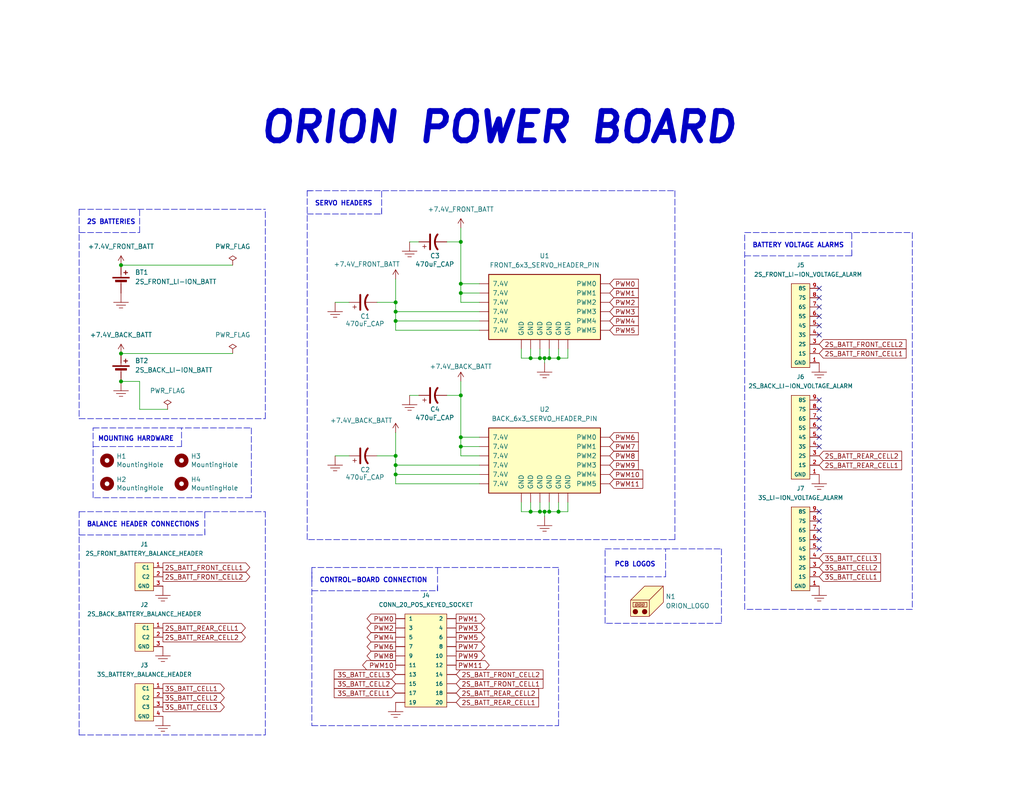
<source format=kicad_sch>
(kicad_sch (version 20250114) (generator "eeschema") (generator_version "9.0")
  (paper "USLetter")
  (title_block (title "ORION POWER BOARD") (date "2025-12-14") (rev "1.0") (comment 4 "Author: Ashish Agrahari"))
  (lib_symbols
    (symbol "2S_BATTERY_BALANCE_HEADER_1" (pin_names (offset 1.016))
      (property "Reference" "J" (at -3.302 7.112 0))
      (property "Value" "2S_BATTERY_BALANCE_HEADER" (at -16.256 -3.81 0))
      (symbol "2S_BATTERY_BALANCE_HEADER_1_0_1"
        (rectangle (start 0 -1.27) (end -5.08 6.35) (fill (type background)))
      )
      (symbol "2S_BATTERY_BALANCE_HEADER_1_1_1"
        (pin bidirectional line (at 2.54 5.08 180) (length 2.54) (name "C1") (number "1"))
        (pin bidirectional line (at 2.54 2.54 180) (length 2.54) (name "C2") (number "2"))
        (pin power_in line (at 2.54 0 180) (length 2.54) (name "GND") (number "3"))
      )
    )
    (symbol "AA_Custom_Components:2S_BATTERY_BALANCE_HEADER" (pin_names (offset 1.016))
      (property "Reference" "J" (at -3.302 7.112 0))
      (property "Value" "2S_BATTERY_BALANCE_HEADER" (at -16.256 -3.81 0))
      (symbol "2S_BATTERY_BALANCE_HEADER_0_1"
        (rectangle (start 0 -1.27) (end -5.08 6.35) (fill (type background)))
      )
      (symbol "2S_BATTERY_BALANCE_HEADER_1_1"
        (pin bidirectional line (at 2.54 5.08 180) (length 2.54) (name "C1") (number "1"))
        (pin bidirectional line (at 2.54 2.54 180) (length 2.54) (name "C2") (number "2"))
        (pin power_in line (at 2.54 0 180) (length 2.54) (name "GND") (number "3"))
      )
    )
    (symbol "AA_Custom_Components:3S_BATTERY_BALANCE_HEADER" (pin_names (offset 1.016))
      (property "Reference" "J" (at -3.302 7.112 0))
      (property "Value" "3S_BATTERY_BALANCE_HEADER" (at -15.24 -6.096 0))
      (symbol "3S_BATTERY_BALANCE_HEADER_0_1"
        (rectangle (start -5.08 6.35) (end 0 -3.81) (fill (type background)))
      )
      (symbol "3S_BATTERY_BALANCE_HEADER_1_1"
        (pin bidirectional line (at 2.54 5.08 180) (length 2.54) (name "C1") (number "1"))
        (pin bidirectional line (at 2.54 2.54 180) (length 2.54) (name "C2") (number "2"))
        (pin bidirectional line (at 2.54 0 180) (length 2.54) (name "C3") (number "3"))
        (pin power_in line (at 2.54 -2.54 180) (length 2.54) (name "GND") (number "4"))
      )
    )
    (symbol "AA_Custom_Components:6x3_SERVO_HEADER_PIN" (pin_numbers (hide yes)) (pin_names (offset 1.016))
      (property "Reference" "U" (at -1.778 15.494 0))
      (property "Value" "6x3_SERVO_HEADER_PIN" (at 12.192 12.446 0))
      (symbol "6x3_SERVO_HEADER_PIN_0_1"
        (rectangle (start -15.24 8.89) (end 15.24 -8.89) (stroke (width 0.254)) (fill (type background)))
      )
      (symbol "6x3_SERVO_HEADER_PIN_1_1"
        (pin power_in line (at -17.78 6.35 0) (length 2.54) (name "7.4V") (number "7"))
        (pin power_in line (at -17.78 3.81 0) (length 2.54) (name "7.4V") (number "8"))
        (pin power_in line (at -17.78 1.27 0) (length 2.54) (name "7.4V") (number "9"))
        (pin power_in line (at -17.78 -1.27 0) (length 2.54) (name "7.4V") (number "10"))
        (pin power_in line (at -17.78 -3.81 0) (length 2.54) (name "7.4V") (number "11"))
        (pin power_in line (at -17.78 -6.35 0) (length 2.54) (name "7.4V") (number "12"))
        (pin power_in line (at -6.35 -11.43 90) (length 2.54) (name "GND") (number "13"))
        (pin power_in line (at -3.81 -11.43 90) (length 2.54) (name "GND") (number "14"))
        (pin power_in line (at -1.27 -11.43 90) (length 2.54) (name "GND") (number "15"))
        (pin power_in line (at 1.27 -11.43 90) (length 2.54) (name "GND") (number "16"))
        (pin power_in line (at 3.81 -11.43 90) (length 2.54) (name "GND") (number "17"))
        (pin power_in line (at 6.35 -11.43 90) (length 2.54) (name "GND") (number "18"))
        (pin output line (at 17.78 6.35 180) (length 2.54) (name "PWM0") (number "1"))
        (pin output line (at 17.78 3.81 180) (length 2.54) (name "PWM1") (number "2"))
        (pin output line (at 17.78 1.27 180) (length 2.54) (name "PWM2") (number "3"))
        (pin output line (at 17.78 -1.27 180) (length 2.54) (name "PWM3") (number "4"))
        (pin output line (at 17.78 -3.81 180) (length 2.54) (name "PWM4") (number "5"))
        (pin output line (at 17.78 -6.35 180) (length 2.54) (name "PWM5") (number "6"))
      )
    )
    (symbol "AA_Custom_Components:CONN_20_POS_KEYED_SOCKET" (pin_numbers (hide yes)) (pin_names (offset 1.016))
      (property "Reference" "J" (at -5.08 13.97 0))
      (property "Value" "CONN_20_POS_KEYED_SOCKET" (at -12.7 -15.494 0))
      (symbol "CONN_20_POS_KEYED_SOCKET_0_1"
        (rectangle (start -6.35 12.7) (end 5.08 -12.7) (fill (type background)))
      )
      (symbol "CONN_20_POS_KEYED_SOCKET_1_1"
        (pin bidirectional line (at -8.89 11.43 0) (length 2.54) (name "1") (number "1"))
        (pin bidirectional line (at -8.89 8.89 0) (length 2.54) (name "3") (number "3"))
        (pin bidirectional line (at -8.89 6.35 0) (length 2.54) (name "5") (number "5"))
        (pin bidirectional line (at -8.89 3.81 0) (length 2.54) (name "7") (number "7"))
        (pin bidirectional line (at -8.89 1.27 0) (length 2.54) (name "9") (number "9"))
        (pin bidirectional line (at -8.89 -1.27 0) (length 2.54) (name "11") (number "11"))
        (pin bidirectional line (at -8.89 -3.81 0) (length 2.54) (name "13") (number "13"))
        (pin bidirectional line (at -8.89 -6.35 0) (length 2.54) (name "15") (number "15"))
        (pin bidirectional line (at -8.89 -8.89 0) (length 2.54) (name "17") (number "17"))
        (pin bidirectional line (at -8.89 -11.43 0) (length 2.54) (name "19") (number "19"))
        (pin bidirectional line (at 7.62 11.43 180) (length 2.54) (name "2") (number "2"))
        (pin bidirectional line (at 7.62 8.89 180) (length 2.54) (name "4") (number "4"))
        (pin bidirectional line (at 7.62 6.35 180) (length 2.54) (name "6") (number "6"))
        (pin bidirectional line (at 7.62 3.81 180) (length 2.54) (name "8") (number "8"))
        (pin bidirectional line (at 7.62 1.27 180) (length 2.54) (name "10") (number "10"))
        (pin bidirectional line (at 7.62 -1.27 180) (length 2.54) (name "12") (number "12"))
        (pin bidirectional line (at 7.62 -3.81 180) (length 2.54) (name "14") (number "14"))
        (pin bidirectional line (at 7.62 -6.35 180) (length 2.54) (name "16") (number "16"))
        (pin bidirectional line (at 7.62 -8.89 180) (length 2.54) (name "18") (number "18"))
        (pin bidirectional line (at 7.62 -11.43 180) (length 2.54) (name "20") (number "20"))
      )
    )
    (symbol "AA_Custom_Components:GND" (power) (pin_numbers (hide yes)) (pin_names (offset 1.016) (hide yes))
      (symbol "GND_1_0"
        (polyline (pts (xy -2.032 -2.54) (xy 2.032 -2.54)))
        (polyline (pts (xy -1.27 -3.302) (xy 1.27 -3.302)))
        (polyline (pts (xy -0.508 -4.064) (xy 0.508 -4.064)))
        (polyline (pts (xy 0 0) (xy 0 -2.54)))
      )
      (symbol "GND_1_1"
        (pin power_in line (at 0 0 270) (length 0) (hide yes) (name "GND") (number "~"))
      )
    )
    (symbol "AA_Custom_Components:LIPO_VOLTAGE_ALARM" (pin_names (offset 1.016))
      (property "Reference" "J" (at -2.54 12.7 0))
      (property "Value" "LIPO_VOLTAGE_ALARM" (at -8.636 -13.716 0))
      (symbol "LIPO_VOLTAGE_ALARM_0_1"
        (rectangle (start -2.54 11.43) (end 2.54 -11.43) (fill (type background)))
      )
      (symbol "LIPO_VOLTAGE_ALARM_1_0"
        (pin passive line (at 5.08 10.16 180) (length 2.54) (name "8S") (number "9"))
        (pin passive line (at 5.08 7.62 180) (length 2.54) (name "7S") (number "8"))
        (pin passive line (at 5.08 5.08 180) (length 2.54) (name "6S") (number "7"))
        (pin passive line (at 5.08 2.54 180) (length 2.54) (name "5S") (number "6"))
      )
      (symbol "LIPO_VOLTAGE_ALARM_1_1"
        (pin passive line (at 5.08 0 180) (length 2.54) (name "4S") (number "5"))
        (pin passive line (at 5.08 -2.54 180) (length 2.54) (name "3S") (number "4"))
        (pin passive line (at 5.08 -5.08 180) (length 2.54) (name "2S") (number "3"))
        (pin passive line (at 5.08 -7.62 180) (length 2.54) (name "1S") (number "2"))
        (pin passive line (at 5.08 -10.16 180) (length 2.54) (name "GND") (number "1"))
      )
    )
    (symbol "Device:Battery_Cell" (pin_numbers (hide yes)) (pin_names (offset 0) (hide yes))
      (property "Reference" "BT" (at 2.54 2.54 0))
      (property "Value" "Battery_Cell" (at 2.54 0 0))
      (symbol "Battery_Cell_0_1"
        (rectangle (start -2.286 1.778) (end 2.286 1.524) (fill (type outline)))
        (rectangle (start -1.524 1.016) (end 1.524 0.508) (fill (type outline)))
        (polyline (pts (xy 0 1.778) (xy 0 2.54)))
        (polyline (pts (xy 0 0.762) (xy 0 0)))
        (polyline (pts (xy 0.762 3.048) (xy 1.778 3.048)) (stroke (width 0.254)))
        (polyline (pts (xy 1.27 3.556) (xy 1.27 2.54)) (stroke (width 0.254)))
      )
      (symbol "Battery_Cell_1_1"
        (pin passive line (at 0 5.08 270) (length 2.54) (name "+") (number "1"))
        (pin passive line (at 0 -2.54 90) (length 2.54) (name "-") (number "2"))
      )
    )
    (symbol "Device:C_Polarized_US" (pin_numbers (hide yes)) (pin_names (offset 0.254) (hide yes))
      (property "Reference" "C" (at 0.635 2.54 0))
      (property "Value" "C_Polarized_US" (at 0.635 -2.54 0))
      (symbol "C_Polarized_US_0_1"
        (polyline (pts (xy -2.032 0.762) (xy 2.032 0.762)) (stroke (width 0.508)))
        (polyline (pts (xy -1.778 2.286) (xy -0.762 2.286)))
        (polyline (pts (xy -1.27 1.778) (xy -1.27 2.794)))
        (arc (start -2.032 -1.27) (mid 0 -0.5572) (end 2.032 -1.27) (stroke (width 0.508)))
      )
      (symbol "C_Polarized_US_1_1"
        (pin passive line (at 0 3.81 270) (length 2.794) (name "~") (number "1"))
        (pin passive line (at 0 -3.81 90) (length 3.302) (name "~") (number "2"))
      )
    )
    (symbol "Mechanical:Housing" (pin_names (offset 1.016))
      (property "Reference" "N" (at 3.81 0 0))
      (property "Value" "Housing" (at 3.81 -1.905 0))
      (symbol "Housing_0_1"
        (polyline (pts (xy -5.715 0) (xy -0.635 0) (xy 3.175 3.81)))
        (polyline (pts (xy -5.715 0) (xy -5.715 -4.445) (xy -0.635 -4.445) (xy 3.175 -0.635) (xy 3.175 3.81) (xy -1.905 3.81) (xy -5.715 0)) (fill (type background)))
        (rectangle (start -5.08 -0.635) (end -1.27 -1.905))
        (polyline (pts (xy -4.5212 -1.5748) (xy -4.4704 -1.3716)))
        (circle (center -4.445 -3.175) (radius 0.635) (fill (type outline)))
        (polyline (pts (xy -4.4196 -1.2192) (xy -4.3688 -0.9652)))
        (polyline (pts (xy -4.4196 -1.6764) (xy -4.064 -1.6764)))
        (polyline (pts (xy -4.318 -1.3208) (xy -4.0132 -1.3208)))
        (polyline (pts (xy -4.2164 -0.9144) (xy -3.9116 -0.9144)))
        (polyline (pts (xy -3.9116 -1.6256) (xy -3.8608 -1.3716)))
        (polyline (pts (xy -3.81 -1.2192) (xy -3.7592 -0.9652)))
        (polyline (pts (xy -3.6068 -1.5748) (xy -3.556 -1.3716)))
        (polyline (pts (xy -3.5052 -1.2192) (xy -3.4544 -0.9652)))
        (polyline (pts (xy -3.5052 -1.6764) (xy -3.1496 -1.6764)))
        (polyline (pts (xy -3.4036 -1.3208) (xy -3.0988 -1.3208)))
        (polyline (pts (xy -3.302 -0.9144) (xy -2.9972 -0.9144)))
        (polyline (pts (xy -2.9972 -1.6256) (xy -2.9464 -1.3716)))
        (polyline (pts (xy -2.8956 -1.2192) (xy -2.8448 -0.9652)))
        (polyline (pts (xy -2.6924 -1.5748) (xy -2.6416 -1.3716)))
        (polyline (pts (xy -2.5908 -1.2192) (xy -2.54 -0.9652)))
        (polyline (pts (xy -2.5908 -1.6764) (xy -2.2352 -1.6764)))
        (polyline (pts (xy -2.4892 -1.3208) (xy -2.1844 -1.3208)))
        (polyline (pts (xy -2.3876 -0.9144) (xy -2.0828 -0.9144)))
        (polyline (pts (xy -2.0828 -1.6256) (xy -2.032 -1.3716)))
        (polyline (pts (xy -1.9812 -1.2192) (xy -1.9304 -0.9652)))
        (circle (center -1.905 -3.175) (radius 0.635) (fill (type outline)))
        (polyline (pts (xy -0.635 0) (xy -0.635 -4.445)))
      )
    )
    (symbol "Mechanical:MountingHole" (pin_names (offset 1.016))
      (property "Reference" "H" (at 0 5.08 0))
      (property "Value" "MountingHole" (at 0 3.175 0))
      (symbol "MountingHole_0_1"
        (circle (center 0 0) (radius 1.27) (stroke (width 1.27)))
      )
    )
    (symbol "power:+7.5V" (power) (pin_numbers (hide yes)) (pin_names (offset 0) (hide yes))
      (property "Value" "+7.5V" (at 0 3.556 0))
      (symbol "+7.5V_0_1"
        (polyline (pts (xy -0.762 1.27) (xy 0 2.54)))
        (polyline (pts (xy 0 2.54) (xy 0.762 1.27)))
        (polyline (pts (xy 0 0) (xy 0 2.54)))
      )
      (symbol "+7.5V_1_1"
        (pin power_in line (at 0 0 90) (length 0) (name "~") (number "1"))
      )
    )
    (symbol "power:PWR_FLAG" (power) (pin_numbers (hide yes)) (pin_names (offset 0) (hide yes))
      (property "Value" "PWR_FLAG" (at 0 3.81 0))
      (symbol "PWR_FLAG_0_0"
        (pin power_out line (at 0 0 90) (length 0) (name "~") (number "1"))
      )
      (symbol "PWR_FLAG_0_1"
        (polyline (pts (xy 0 0) (xy 0 1.27) (xy -1.016 1.905) (xy 0 2.54) (xy 1.016 1.905) (xy 0 1.27)))
      )
    )
  )
  (text "BALANCE HEADER CONNECTIONS" (at 23.622 144.018 0) (effects (font (size 1.27 1.27) (thickness 0.254) (bold yes)) (justify left bottom)))
  (text "SERVO HEADERS" (at 85.852 56.388 0) (effects (font (size 1.27 1.27) (thickness 0.254) (bold yes)) (justify left bottom)))
  (text "ORION POWER BOARD" (at 70.358 39.624 0) (effects (font (size 8.001 8.001) (thickness 1.6002) (bold yes) (italic yes)) (justify left bottom)))
  (text "MOUNTING HARDWARE" (at 26.67 120.65 0) (effects (font (size 1.27 1.27) (thickness 0.254) (bold yes)) (justify left bottom)))
  (text "2S BATTERIES" (at 23.622 61.468 0) (effects (font (size 1.27 1.27) (thickness 0.254) (bold yes)) (justify left bottom)))
  (text "PCB LOGOS" (at 167.64 154.94 0) (effects (font (size 1.27 1.27) (thickness 0.254) (bold yes)) (justify left bottom)))
  (text "CONTROL-BOARD CONNECTION" (at 87.122 159.258 0) (effects (font (size 1.27 1.27) (thickness 0.254) (bold yes)) (justify left bottom)))
  (text "BATTERY VOLTAGE ALARMS" (at 205.232 67.818 0) (effects (font (size 1.27 1.27) (thickness 0.254) (bold yes)) (justify left bottom)))
  (junction (at 147.32 139.7))
  (junction (at 33.02 96.52))
  (junction (at 125.73 80.01))
  (junction (at 152.4 139.7))
  (junction (at 147.32 97.79))
  (junction (at 148.59 97.79))
  (junction (at 33.02 104.14))
  (junction (at 107.95 124.46))
  (junction (at 125.73 66.04))
  (junction (at 33.02 72.39))
  (junction (at 125.73 107.95))
  (junction (at 107.95 87.63))
  (junction (at 107.95 127))
  (junction (at 149.86 139.7))
  (junction (at 144.78 139.7))
  (junction (at 125.73 121.92))
  (junction (at 144.78 97.79))
  (junction (at 107.95 129.54))
  (junction (at 107.95 85.09))
  (junction (at 148.59 139.7))
  (junction (at 152.4 97.79))
  (junction (at 149.86 97.79))
  (junction (at 125.73 77.47))
  (junction (at 107.95 82.55))
  (junction (at 125.73 119.38))
  (no_connect (at 223.52 147.32))
  (no_connect (at 223.52 119.38))
  (no_connect (at 223.52 88.9))
  (no_connect (at 223.52 114.3))
  (no_connect (at 223.52 86.36))
  (no_connect (at 223.52 144.78))
  (no_connect (at 223.52 83.82))
  (no_connect (at 223.52 149.86))
  (no_connect (at 223.52 111.76))
  (no_connect (at 223.52 91.44))
  (no_connect (at 223.52 116.84))
  (no_connect (at 223.52 78.74))
  (no_connect (at 223.52 142.24))
  (no_connect (at 223.52 81.28))
  (no_connect (at 223.52 109.22))
  (no_connect (at 223.52 121.92))
  (no_connect (at 223.52 139.7))
  (wire (pts (xy 107.95 127) (xy 130.81 127)))
  (wire (pts (xy 102.87 124.46) (xy 107.95 124.46)))
  (wire (pts (xy 114.3 107.95) (xy 111.76 107.95)))
  (polyline (pts (xy 21.59 57.15) (xy 21.59 114.3)) (stroke (width 0) (type dash)))
  (polyline (pts (xy 104.14 58.42) (xy 104.14 52.07)) (stroke (width 0) (type dash)))
  (polyline (pts (xy 25.4 116.84) (xy 68.58 116.84)) (stroke (width 0) (type dash)))
  (polyline (pts (xy 85.09 161.29) (xy 119.38 161.29)) (stroke (width 0) (type dash)))
  (wire (pts (xy 125.73 119.38) (xy 130.81 119.38)))
  (wire (pts (xy 152.4 97.79) (xy 154.94 97.79)))
  (wire (pts (xy 125.73 121.92) (xy 125.73 119.38)))
  (polyline (pts (xy 38.1 63.5) (xy 38.1 57.15)) (stroke (width 0) (type dash)))
  (polyline (pts (xy 21.59 63.5) (xy 38.1 63.5)) (stroke (width 0) (type dash)))
  (wire (pts (xy 130.81 82.55) (xy 125.73 82.55)))
  (wire (pts (xy 148.59 139.7) (xy 148.59 140.97)))
  (polyline (pts (xy 21.59 139.7) (xy 72.39 139.7)) (stroke (width 0) (type dash)))
  (polyline (pts (xy 181.61 157.48) (xy 181.61 149.86)) (stroke (width 0) (type dash)))
  (wire (pts (xy 91.44 124.46) (xy 95.25 124.46)))
  (polyline (pts (xy 21.59 139.7) (xy 21.59 200.66)) (stroke (width 0) (type dash)))
  (wire (pts (xy 33.02 96.52) (xy 63.5 96.52)))
  (wire (pts (xy 107.95 82.55) (xy 107.95 85.09)))
  (wire (pts (xy 148.59 97.79) (xy 149.86 97.79)))
  (wire (pts (xy 149.86 137.16) (xy 149.86 139.7)))
  (wire (pts (xy 125.73 66.04) (xy 125.73 77.47)))
  (polyline (pts (xy 85.09 154.94) (xy 85.09 158.75)) (stroke (width 0) (type dash)))
  (polyline (pts (xy 55.88 146.05) (xy 55.88 139.7)) (stroke (width 0) (type dash)))
  (polyline (pts (xy 55.88 144.78) (xy 55.88 146.05)) (stroke (width 0) (type dash)))
  (wire (pts (xy 91.44 82.55) (xy 95.25 82.55)))
  (polyline (pts (xy 203.2 166.37) (xy 203.2 63.5)) (stroke (width 0) (type dash)))
  (wire (pts (xy 152.4 139.7) (xy 154.94 139.7)))
  (polyline (pts (xy 248.92 63.5) (xy 248.92 166.37)) (stroke (width 0) (type dash)))
  (wire (pts (xy 147.32 97.79) (xy 148.59 97.79)))
  (polyline (pts (xy 68.58 116.84) (xy 68.58 135.89)) (stroke (width 0) (type dash)))
  (wire (pts (xy 142.24 97.79) (xy 144.78 97.79)))
  (wire (pts (xy 38.1 111.76) (xy 45.72 111.76)))
  (wire (pts (xy 107.95 129.54) (xy 130.81 129.54)))
  (polyline (pts (xy 25.4 121.92) (xy 49.53 121.92)) (stroke (width 0) (type dash)))
  (polyline (pts (xy 232.41 68.58) (xy 232.41 69.85)) (stroke (width 0) (type dash)))
  (wire (pts (xy 107.95 85.09) (xy 130.81 85.09)))
  (wire (pts (xy 154.94 97.79) (xy 154.94 95.25)))
  (wire (pts (xy 142.24 95.25) (xy 142.24 97.79)))
  (wire (pts (xy 125.73 124.46) (xy 125.73 121.92)))
  (wire (pts (xy 130.81 124.46) (xy 125.73 124.46)))
  (wire (pts (xy 125.73 82.55) (xy 125.73 80.01)))
  (wire (pts (xy 121.92 107.95) (xy 125.73 107.95)))
  (wire (pts (xy 144.78 139.7) (xy 147.32 139.7)))
  (wire (pts (xy 125.73 107.95) (xy 125.73 119.38)))
  (wire (pts (xy 107.95 118.11) (xy 107.95 124.46)))
  (polyline (pts (xy 232.41 69.85) (xy 232.41 63.5)) (stroke (width 0) (type dash)))
  (wire (pts (xy 38.1 104.14) (xy 38.1 111.76)))
  (wire (pts (xy 144.78 97.79) (xy 147.32 97.79)))
  (polyline (pts (xy 165.1 170.18) (xy 165.1 149.86)) (stroke (width 0) (type dash)))
  (polyline (pts (xy 49.53 121.92) (xy 49.53 116.84)) (stroke (width 0) (type dash)))
  (wire (pts (xy 107.95 87.63) (xy 130.81 87.63)))
  (polyline (pts (xy 152.4 198.12) (xy 152.4 154.94)) (stroke (width 0) (type dash)))
  (wire (pts (xy 149.86 139.7) (xy 152.4 139.7)))
  (wire (pts (xy 107.95 87.63) (xy 107.95 85.09)))
  (wire (pts (xy 144.78 95.25) (xy 144.78 97.79)))
  (wire (pts (xy 149.86 97.79) (xy 152.4 97.79)))
  (wire (pts (xy 125.73 77.47) (xy 130.81 77.47)))
  (polyline (pts (xy 25.4 135.89) (xy 25.4 116.84)) (stroke (width 0) (type dash)))
  (wire (pts (xy 149.86 95.25) (xy 149.86 97.79)))
  (polyline (pts (xy 184.15 147.32) (xy 83.82 147.32)) (stroke (width 0) (type dash)))
  (wire (pts (xy 102.87 82.55) (xy 107.95 82.55)))
  (wire (pts (xy 107.95 90.17) (xy 130.81 90.17)))
  (wire (pts (xy 152.4 137.16) (xy 152.4 139.7)))
  (polyline (pts (xy 203.2 63.5) (xy 248.92 63.5)) (stroke (width 0) (type dash)))
  (polyline (pts (xy 83.82 58.42) (xy 104.14 58.42)) (stroke (width 0) (type dash)))
  (polyline (pts (xy 119.38 160.02) (xy 119.38 161.29)) (stroke (width 0) (type dash)))
  (wire (pts (xy 147.32 137.16) (xy 147.32 139.7)))
  (wire (pts (xy 147.32 95.25) (xy 147.32 97.79)))
  (wire (pts (xy 107.95 90.17) (xy 107.95 87.63)))
  (wire (pts (xy 125.73 62.23) (xy 125.73 66.04)))
  (wire (pts (xy 142.24 137.16) (xy 142.24 139.7)))
  (polyline (pts (xy 72.39 200.66) (xy 72.39 139.7)) (stroke (width 0) (type dash)))
  (wire (pts (xy 130.81 80.01) (xy 125.73 80.01)))
  (polyline (pts (xy 83.82 147.32) (xy 83.82 52.07)) (stroke (width 0) (type dash)))
  (wire (pts (xy 148.59 139.7) (xy 149.86 139.7)))
  (polyline (pts (xy 152.4 154.94) (xy 85.09 154.94)) (stroke (width 0) (type dash)))
  (polyline (pts (xy 196.85 149.86) (xy 196.85 170.18)) (stroke (width 0) (type dash)))
  (wire (pts (xy 107.95 132.08) (xy 107.95 129.54)))
  (polyline (pts (xy 248.92 166.37) (xy 203.2 166.37)) (stroke (width 0) (type dash)))
  (polyline (pts (xy 85.09 198.12) (xy 152.4 198.12)) (stroke (width 0) (type dash)))
  (wire (pts (xy 125.73 80.01) (xy 125.73 77.47)))
  (wire (pts (xy 125.73 104.14) (xy 125.73 107.95)))
  (wire (pts (xy 142.24 139.7) (xy 144.78 139.7)))
  (polyline (pts (xy 21.59 57.15) (xy 72.39 57.15)) (stroke (width 0) (type dash)))
  (wire (pts (xy 121.92 66.04) (xy 125.73 66.04)))
  (polyline (pts (xy 83.82 52.07) (xy 85.09 52.07)))
  (wire (pts (xy 154.94 139.7) (xy 154.94 137.16)))
  (wire (pts (xy 107.95 124.46) (xy 107.95 127)))
  (polyline (pts (xy 21.59 114.3) (xy 72.39 114.3)) (stroke (width 0) (type dash)))
  (wire (pts (xy 107.95 132.08) (xy 130.81 132.08)))
  (polyline (pts (xy 119.38 161.29) (xy 119.38 154.94)) (stroke (width 0) (type dash)))
  (wire (pts (xy 130.81 121.92) (xy 125.73 121.92)))
  (polyline (pts (xy 21.59 200.66) (xy 72.39 200.66)) (stroke (width 0) (type dash)))
  (polyline (pts (xy 184.15 52.07) (xy 184.15 147.32)) (stroke (width 0) (type dash)))
  (wire (pts (xy 114.3 66.04) (xy 111.76 66.04)))
  (wire (pts (xy 107.95 129.54) (xy 107.95 127)))
  (wire (pts (xy 147.32 139.7) (xy 148.59 139.7)))
  (polyline (pts (xy 165.1 157.48) (xy 181.61 157.48)) (stroke (width 0) (type dash)))
  (polyline (pts (xy 83.82 52.07) (xy 184.15 52.07)) (stroke (width 0) (type dash)))
  (polyline (pts (xy 196.85 170.18) (xy 165.1 170.18)) (stroke (width 0) (type dash)))
  (polyline (pts (xy 104.14 57.15) (xy 104.14 58.42)) (stroke (width 0) (type dash)))
  (wire (pts (xy 152.4 95.25) (xy 152.4 97.79)))
  (polyline (pts (xy 72.39 114.3) (xy 72.39 57.15)) (stroke (width 0) (type dash)))
  (polyline (pts (xy 165.1 149.86) (xy 196.85 149.86)) (stroke (width 0) (type dash)))
  (wire (pts (xy 144.78 137.16) (xy 144.78 139.7)))
  (wire (pts (xy 33.02 104.14) (xy 38.1 104.14)))
  (wire (pts (xy 148.59 97.79) (xy 148.59 99.06)))
  (polyline (pts (xy 203.2 69.85) (xy 232.41 69.85)) (stroke (width 0) (type dash)))
  (wire (pts (xy 33.02 72.39) (xy 63.5 72.39)))
  (polyline (pts (xy 21.59 146.05) (xy 55.88 146.05)) (stroke (width 0) (type dash)))
  (polyline (pts (xy 68.58 135.89) (xy 25.4 135.89)) (stroke (width 0) (type dash)))
  (polyline (pts (xy 85.09 156.21) (xy 85.09 198.12)) (stroke (width 0) (type dash)))
  (wire (pts (xy 107.95 76.2) (xy 107.95 82.55)))
  (global_label "PWM6" (shape input) (at 166.37 119.38 0) (property "Intersheetrefs" "${INTERSHEET_REFS}" (effects (hide yes))))
  (global_label "PWM0" (shape input) (at 166.37 77.47 0) (property "Intersheetrefs" "${INTERSHEET_REFS}" (effects (hide yes))))
  (global_label "PWM2" (shape input) (at 166.37 82.55 0) (property "Intersheetrefs" "${INTERSHEET_REFS}" (effects (hide yes))))
  (global_label "2S_BATT_REAR_CELL2" (shape input) (at 124.46 189.23 0) (property "Intersheetrefs" "${INTERSHEET_REFS}" (effects (hide yes))))
  (global_label "PWM3" (shape input) (at 166.37 85.09 0) (property "Intersheetrefs" "${INTERSHEET_REFS}" (effects (hide yes))))
  (global_label "2S_BATT_FRONT_CELL1" (shape output) (at 44.45 154.94 0) (property "Intersheetrefs" "${INTERSHEET_REFS}" (effects (hide yes))))
  (global_label "2S_BATT_REAR_CELL1" (shape output) (at 44.45 171.45 0) (property "Intersheetrefs" "${INTERSHEET_REFS}" (effects (hide yes))))
  (global_label "PWM3" (shape output) (at 124.46 171.45 0) (property "Intersheetrefs" "${INTERSHEET_REFS}" (effects (hide yes))))
  (global_label "3S_BATT_CELL3" (shape input) (at 107.95 184.15 180) (property "Intersheetrefs" "${INTERSHEET_REFS}" (effects (hide yes))))
  (global_label "PWM11" (shape output) (at 124.46 181.61 0) (property "Intersheetrefs" "${INTERSHEET_REFS}" (effects (hide yes))))
  (global_label "2S_BATT_REAR_CELL2" (shape output) (at 44.45 173.99 0) (property "Intersheetrefs" "${INTERSHEET_REFS}" (effects (hide yes))))
  (global_label "PWM5" (shape output) (at 124.46 173.99 0) (property "Intersheetrefs" "${INTERSHEET_REFS}" (effects (hide yes))))
  (global_label "PWM7" (shape output) (at 124.46 176.53 0) (property "Intersheetrefs" "${INTERSHEET_REFS}" (effects (hide yes))))
  (global_label "3S_BATT_CELL1" (shape input) (at 223.52 157.48 0) (property "Intersheetrefs" "${INTERSHEET_REFS}" (effects (hide yes))))
  (global_label "2S_BATT_FRONT_CELL2" (shape input) (at 124.46 184.15 0) (property "Intersheetrefs" "${INTERSHEET_REFS}" (effects (hide yes))))
  (global_label "3S_BATT_CELL3" (shape input) (at 223.52 152.4 0) (property "Intersheetrefs" "${INTERSHEET_REFS}" (effects (hide yes))))
  (global_label "2S_BATT_FRONT_CELL1" (shape input) (at 223.52 96.52 0) (property "Intersheetrefs" "${INTERSHEET_REFS}" (effects (hide yes))))
  (global_label "3S_BATT_CELL2" (shape output) (at 44.45 190.5 0) (property "Intersheetrefs" "${INTERSHEET_REFS}" (effects (hide yes))))
  (global_label "PWM1" (shape output) (at 124.46 168.91 0) (property "Intersheetrefs" "${INTERSHEET_REFS}" (effects (hide yes))))
  (global_label "PWM5" (shape input) (at 166.37 90.17 0) (property "Intersheetrefs" "${INTERSHEET_REFS}" (effects (hide yes))))
  (global_label "2S_BATT_REAR_CELL2" (shape input) (at 223.52 124.46 0) (property "Intersheetrefs" "${INTERSHEET_REFS}" (effects (hide yes))))
  (global_label "3S_BATT_CELL2" (shape input) (at 223.52 154.94 0) (property "Intersheetrefs" "${INTERSHEET_REFS}" (effects (hide yes))))
  (global_label "2S_BATT_FRONT_CELL2" (shape output) (at 44.45 157.48 0) (property "Intersheetrefs" "${INTERSHEET_REFS}" (effects (hide yes))))
  (global_label "PWM10" (shape input) (at 166.37 129.54 0) (property "Intersheetrefs" "${INTERSHEET_REFS}" (effects (hide yes))))
  (global_label "PWM4" (shape input) (at 166.37 87.63 0) (property "Intersheetrefs" "${INTERSHEET_REFS}" (effects (hide yes))))
  (global_label "PWM10" (shape output) (at 107.95 181.61 180) (property "Intersheetrefs" "${INTERSHEET_REFS}" (effects (hide yes))))
  (global_label "PWM0" (shape output) (at 107.95 168.91 180) (property "Intersheetrefs" "${INTERSHEET_REFS}" (effects (hide yes))))
  (global_label "2S_BATT_REAR_CELL1" (shape input) (at 124.46 191.77 0) (property "Intersheetrefs" "${INTERSHEET_REFS}" (effects (hide yes))))
  (global_label "PWM9" (shape input) (at 166.37 127 0) (property "Intersheetrefs" "${INTERSHEET_REFS}" (effects (hide yes))))
  (global_label "PWM2" (shape output) (at 107.95 171.45 180) (property "Intersheetrefs" "${INTERSHEET_REFS}" (effects (hide yes))))
  (global_label "PWM11" (shape input) (at 166.37 132.08 0) (property "Intersheetrefs" "${INTERSHEET_REFS}" (effects (hide yes))))
  (global_label "PWM1" (shape input) (at 166.37 80.01 0) (property "Intersheetrefs" "${INTERSHEET_REFS}" (effects (hide yes))))
  (global_label "3S_BATT_CELL2" (shape input) (at 107.95 186.69 180) (property "Intersheetrefs" "${INTERSHEET_REFS}" (effects (hide yes))))
  (global_label "3S_BATT_CELL1" (shape output) (at 44.45 187.96 0) (property "Intersheetrefs" "${INTERSHEET_REFS}" (effects (hide yes))))
  (global_label "3S_BATT_CELL1" (shape input) (at 107.95 189.23 180) (property "Intersheetrefs" "${INTERSHEET_REFS}" (effects (hide yes))))
  (global_label "2S_BATT_FRONT_CELL1" (shape input) (at 124.46 186.69 0) (property "Intersheetrefs" "${INTERSHEET_REFS}" (effects (hide yes))))
  (global_label "PWM7" (shape input) (at 166.37 121.92 0) (property "Intersheetrefs" "${INTERSHEET_REFS}" (effects (hide yes))))
  (global_label "PWM9" (shape output) (at 124.46 179.07 0) (property "Intersheetrefs" "${INTERSHEET_REFS}" (effects (hide yes))))
  (global_label "PWM4" (shape output) (at 107.95 173.99 180) (property "Intersheetrefs" "${INTERSHEET_REFS}" (effects (hide yes))))
  (global_label "2S_BATT_REAR_CELL1" (shape input) (at 223.52 127 0) (property "Intersheetrefs" "${INTERSHEET_REFS}" (effects (hide yes))))
  (global_label "PWM8" (shape input) (at 166.37 124.46 0) (property "Intersheetrefs" "${INTERSHEET_REFS}" (effects (hide yes))))
  (global_label "2S_BATT_FRONT_CELL2" (shape input) (at 223.52 93.98 0) (property "Intersheetrefs" "${INTERSHEET_REFS}" (effects (hide yes))))
  (global_label "3S_BATT_CELL3" (shape output) (at 44.45 193.04 0) (property "Intersheetrefs" "${INTERSHEET_REFS}" (effects (hide yes))))
  (global_label "PWM8" (shape output) (at 107.95 179.07 180) (property "Intersheetrefs" "${INTERSHEET_REFS}" (effects (hide yes))))
  (global_label "PWM6" (shape output) (at 107.95 176.53 180) (property "Intersheetrefs" "${INTERSHEET_REFS}" (effects (hide yes))))
  (symbol (lib_id "Mechanical:MountingHole") (at 29.21 125.73 0) (unit 1)
    (property "Reference" "H1" (at 31.75 124.5616 0) (effects (justify left)))
    (property "Value" "MountingHole" (at 31.75 126.873 0) (effects (justify left)))
    (property "Footprint" "MountingHole:MountingHole_3.2mm_M3_Pad" (effects (hide yes)))
  )
  (symbol (lib_id "Mechanical:MountingHole") (at 49.53 125.73 0) (unit 1)
    (property "Reference" "H3" (at 52.07 124.5616 0) (effects (justify left)))
    (property "Value" "MountingHole" (at 52.07 126.873 0) (effects (justify left)))
    (property "Footprint" "MountingHole:MountingHole_3.2mm_M3_Pad" (effects (hide yes)))
  )
  (symbol (lib_id "Mechanical:MountingHole") (at 29.21 132.08 0) (unit 1)
    (property "Reference" "H2" (at 31.75 130.9116 0) (effects (justify left)))
    (property "Value" "MountingHole" (at 31.75 133.223 0) (effects (justify left)))
    (property "Footprint" "MountingHole:MountingHole_3.2mm_M3_Pad" (effects (hide yes)))
  )
  (symbol (lib_id "Mechanical:MountingHole") (at 49.53 132.08 0) (unit 1)
    (property "Reference" "H4" (at 52.07 130.9116 0) (effects (justify left)))
    (property "Value" "MountingHole" (at 52.07 133.223 0) (effects (justify left)))
    (property "Footprint" "MountingHole:MountingHole_3.2mm_M3_Pad" (effects (hide yes)))
  )
  (symbol (lib_id "AA_Custom_Components:GND") (at 148.59 99.06 0) (unit 1)
    (property "Reference" "#GND011" (effects (hide yes)))
    (property "Value" "GND" (effects (hide yes)))
    (property "Footprint" "XXX-00000" (effects (hide yes)))
    (property "Description" "Ground Supply (Earth Ground style) Ground supply with a traditional \"earth ground\" symbol." (effects (hide yes)))
  )
  (symbol (lib_id "Device:C_Polarized_US") (at 118.11 66.04 90) (unit 1)
    (property "Reference" "C3" (at 117.348 69.85 90) (effects (justify right)))
    (property "Value" "470uF_CAP" (at 113.284 72.136 90) (effects (justify right)))
    (property "Footprint" "Capacitor_THT:CP_Radial_D8.0mm_P3.50mm" (effects (hide yes)))
    (property "Description" "Polarized capacitor, US symbol" (effects (hide yes)))
  )
  (symbol (lib_id "power:PWR_FLAG") (at 45.72 111.76 0) (unit 1)
    (property "Reference" "#FLG01" (effects (hide yes)))
    (property "Value" "PWR_FLAG" (at 45.72 106.68 0))
    (property "Description" "Special symbol for telling ERC where power comes from" (effects (hide yes)))
  )
  (symbol (lib_id "AA_Custom_Components:GND") (at 44.45 195.58 0) (unit 1)
    (property "Reference" "#GND05" (effects (hide yes)))
    (property "Value" "GND" (effects (hide yes)))
    (property "Footprint" "XXX-00000" (effects (hide yes)))
    (property "Description" "Ground Supply (Earth Ground style) Ground supply with a traditional \"earth ground\" symbol." (effects (hide yes)))
  )
  (symbol (lib_id "power:+7.5V") (at 33.02 72.39 0) (unit 1)
    (property "Reference" "#PWR01" (effects (hide yes)))
    (property "Value" "+7.4V_FRONT_BATT" (at 33.02 67.31 0))
    (property "Description" "Power symbol creates a global label with name \"+7.5V\"" (effects (hide yes)))
  )
  (symbol (lib_id "AA_Custom_Components:LIPO_VOLTAGE_ALARM") (at 218.44 119.38 0) (unit 1)
    (property "Reference" "J6" (at 218.44 102.87 0) (effects (font (size 1.143 1.143))))
    (property "Value" "2S_BACK_LI-ION_VOLTAGE_ALARM" (at 218.44 105.41 0) (effects (font (size 1.143 1.143))))
    (property "Footprint" "AA_Custom_Components:LIPO_VOLTAGE_ALARM" (effects (hide yes)))
    (property "Description" "lipo battery voltage tester" (effects (hide yes)))
  )
  (symbol (lib_id "power:+7.5V") (at 33.02 96.52 0) (unit 1)
    (property "Reference" "#PWR02" (effects (hide yes)))
    (property "Value" "+7.4V_BACK_BATT" (at 33.02 91.44 0))
    (property "Description" "Power symbol creates a global label with name \"+7.5V\"" (effects (hide yes)))
  )
  (symbol (lib_id "AA_Custom_Components:GND") (at 111.76 66.04 0) (unit 1)
    (property "Reference" "#GND08" (effects (hide yes)))
    (property "Value" "GND" (effects (hide yes)))
    (property "Footprint" "XXX-00000" (effects (hide yes)))
    (property "Description" "Ground Supply (Earth Ground style) Ground supply with a traditional \"earth ground\" symbol." (effects (hide yes)))
  )
  (symbol (lib_id "AA_Custom_Components:GND") (at 91.44 82.55 0) (unit 1)
    (property "Reference" "#GND06" (effects (hide yes)))
    (property "Value" "GND" (effects (hide yes)))
    (property "Footprint" "XXX-00000" (effects (hide yes)))
    (property "Description" "Ground Supply (Earth Ground style) Ground supply with a traditional \"earth ground\" symbol." (effects (hide yes)))
  )
  (symbol (lib_id "AA_Custom_Components:GND") (at 44.45 160.02 0) (unit 1)
    (property "Reference" "#GND03" (effects (hide yes)))
    (property "Value" "GND" (effects (hide yes)))
    (property "Footprint" "XXX-00000" (effects (hide yes)))
    (property "Description" "Ground Supply (Earth Ground style) Ground supply with a traditional \"earth ground\" symbol." (effects (hide yes)))
  )
  (symbol (lib_id "AA_Custom_Components:GND") (at 33.02 104.14 0) (unit 1)
    (property "Reference" "#GND02" (effects (hide yes)))
    (property "Value" "GND" (effects (hide yes)))
    (property "Footprint" "XXX-00000" (effects (hide yes)))
    (property "Description" "Ground Supply (Earth Ground style) Ground supply with a traditional \"earth ground\" symbol." (effects (hide yes)))
  )
  (symbol (lib_id "Device:Battery_Cell") (at 33.02 77.47 0) (unit 1)
    (property "Reference" "BT1" (at 36.83 74.3584 0) (effects (justify left)))
    (property "Value" "2S_FRONT_LI-ION_BATT" (at 36.83 76.8984 0) (effects (justify left)))
    (property "Footprint" "AA_Custom_Components:PowerPad_Pair_5.0x5.0mm_2ndPadFlipped" (effects (hide yes)))
    (property "Description" "Single-cell battery" (effects (hide yes)))
  )
  (symbol (lib_id "AA_Custom_Components:LIPO_VOLTAGE_ALARM") (at 218.44 149.86 0) (unit 1)
    (property "Reference" "J7" (at 218.44 133.35 0) (effects (font (size 1.143 1.143))))
    (property "Value" "3S_LI-ION_VOLTAGE_ALARM" (at 218.44 135.89 0) (effects (font (size 1.143 1.143))))
    (property "Footprint" "AA_Custom_Components:LIPO_VOLTAGE_ALARM" (effects (hide yes)))
    (property "Description" "lipo battery voltage tester" (effects (hide yes)))
  )
  (symbol (lib_id "AA_Custom_Components:GND") (at 44.45 176.53 0) (unit 1)
    (property "Reference" "#GND04" (effects (hide yes)))
    (property "Value" "GND" (effects (hide yes)))
    (property "Footprint" "XXX-00000" (effects (hide yes)))
    (property "Description" "Ground Supply (Earth Ground style) Ground supply with a traditional \"earth ground\" symbol." (effects (hide yes)))
  )
  (symbol (lib_id "AA_Custom_Components:6x3_SERVO_HEADER_PIN") (at 148.59 125.73 0) (unit 1)
    (property "Reference" "U2" (at 148.59 111.76 0))
    (property "Value" "BACK_6x3_SERVO_HEADER_PIN" (at 148.59 114.3 0))
    (property "Footprint" "AA_Custom_Components:Servo_PinHeader_3x06_P2.54mm_Vertical" (effects (hide yes)))
  )
  (symbol (lib_id "AA_Custom_Components:GND") (at 223.52 129.54 0) (unit 1)
    (property "Reference" "#GND014" (effects (hide yes)))
    (property "Value" "GND" (effects (hide yes)))
    (property "Footprint" "XXX-00000" (effects (hide yes)))
    (property "Description" "Ground Supply (Earth Ground style) Ground supply with a traditional \"earth ground\" symbol." (effects (hide yes)))
  )
  (symbol (lib_id "power:+7.5V") (at 107.95 76.2 0) (unit 1)
    (property "Reference" "#PWR03" (effects (hide yes)))
    (property "Value" "+7.4V_FRONT_BATT" (at 100.076 72.136 0))
    (property "Description" "Power symbol creates a global label with name \"+7.5V\"" (effects (hide yes)))
  )
  (symbol (lib_id "Mechanical:Housing") (at 177.8 163.83 0) (unit 1)
    (property "Reference" "N1" (at 181.61 162.8774 0) (effects (justify left)))
    (property "Value" "ORION_LOGO" (at 181.61 165.4174 0) (effects (justify left)))
    (property "Footprint" "Orion-Logo:Orion-Logo-20mm" (effects (hide yes)))
  )
  (symbol (lib_id "power:PWR_FLAG") (at 63.5 96.52 0) (unit 1)
    (property "Reference" "#FLG03" (effects (hide yes)))
    (property "Value" "PWR_FLAG" (at 63.5 91.44 0))
    (property "Description" "Special symbol for telling ERC where power comes from" (effects (hide yes)))
  )
  (symbol (lib_id "AA_Custom_Components:GND") (at 107.95 191.77 0) (unit 1)
    (property "Reference" "#GND010" (effects (hide yes)))
    (property "Value" "GND" (effects (hide yes)))
    (property "Footprint" "XXX-00000" (effects (hide yes)))
    (property "Description" "Ground Supply (Earth Ground style) Ground supply with a traditional \"earth ground\" symbol." (effects (hide yes)))
  )
  (symbol (lib_id "AA_Custom_Components:GND") (at 33.02 80.01 0) (unit 1)
    (property "Reference" "#GND01" (effects (hide yes)))
    (property "Value" "GND" (effects (hide yes)))
    (property "Footprint" "XXX-00000" (effects (hide yes)))
    (property "Description" "Ground Supply (Earth Ground style) Ground supply with a traditional \"earth ground\" symbol." (effects (hide yes)))
  )
  (symbol (lib_id "AA_Custom_Components:GND") (at 148.59 140.97 0) (unit 1)
    (property "Reference" "#GND012" (effects (hide yes)))
    (property "Value" "GND" (effects (hide yes)))
    (property "Footprint" "XXX-00000" (effects (hide yes)))
    (property "Description" "Ground Supply (Earth Ground style) Ground supply with a traditional \"earth ground\" symbol." (effects (hide yes)))
  )
  (symbol (lib_id "AA_Custom_Components:CONN_20_POS_KEYED_SOCKET") (at 116.84 180.34 0) (unit 1)
    (property "Reference" "J4" (at 116.205 162.56 0) (effects (font (size 1.143 1.143))))
    (property "Value" "CONN_20_POS_KEYED_SOCKET" (at 116.205 165.1 0) (effects (font (size 1.143 1.143))))
    (property "Footprint" "AA_Custom_Components:SULLINS_SBH11-PBPC-D10-ST-BK_SOCKET" (effects (hide yes)))
    (property "Description" "20 POS" (effects (hide yes)))
    (property "Manufacturer Part #" "SBH11-PBPC-D10-ST-BK" (effects (hide yes)))
    (property "Digikey Part #" "S9172-ND" (effects (hide yes)))
  )
  (symbol (lib_id "Device:C_Polarized_US") (at 99.06 82.55 90) (unit 1)
    (property "Reference" "C1" (at 98.298 86.36 90) (effects (justify right)))
    (property "Value" "470uF_CAP" (at 94.234 88.392 90) (effects (justify right)))
    (property "Footprint" "Capacitor_THT:CP_Radial_D8.0mm_P3.50mm" (effects (hide yes)))
    (property "Description" "Polarized capacitor, US symbol" (effects (hide yes)))
  )
  (symbol (lib_id "power:+7.5V") (at 107.95 118.11 0) (unit 1)
    (property "Reference" "#PWR04" (effects (hide yes)))
    (property "Value" "+7.4V_BACK_BATT" (at 98.552 114.808 0))
    (property "Description" "Power symbol creates a global label with name \"+7.5V\"" (effects (hide yes)))
  )
  (symbol (lib_id "AA_Custom_Components:GND") (at 111.76 107.95 0) (unit 1)
    (property "Reference" "#GND09" (effects (hide yes)))
    (property "Value" "GND" (effects (hide yes)))
    (property "Footprint" "XXX-00000" (effects (hide yes)))
    (property "Description" "Ground Supply (Earth Ground style) Ground supply with a traditional \"earth ground\" symbol." (effects (hide yes)))
  )
  (symbol (lib_id "AA_Custom_Components:3S_BATTERY_BALANCE_HEADER") (at 41.91 193.04 0) (unit 1)
    (property "Reference" "J3" (at 39.37 181.61 0) (effects (font (size 1.143 1.143))))
    (property "Value" "3S_BATTERY_BALANCE_HEADER" (at 39.37 184.15 0) (effects (font (size 1.143 1.143))))
    (property "Footprint" "AA_Custom_Components:JST_XH_1x04_P2.54mm_Vertical" (effects (hide yes)))
  )
  (symbol (lib_id "AA_Custom_Components:GND") (at 91.44 124.46 0) (unit 1)
    (property "Reference" "#GND07" (effects (hide yes)))
    (property "Value" "GND" (effects (hide yes)))
    (property "Footprint" "XXX-00000" (effects (hide yes)))
    (property "Description" "Ground Supply (Earth Ground style) Ground supply with a traditional \"earth ground\" symbol." (effects (hide yes)))
  )
  (symbol (lib_id "power:+7.5V") (at 125.73 62.23 0) (unit 1)
    (property "Reference" "#PWR05" (effects (hide yes)))
    (property "Value" "+7.4V_FRONT_BATT" (at 125.73 57.15 0))
    (property "Description" "Power symbol creates a global label with name \"+7.5V\"" (effects (hide yes)))
  )
  (symbol (lib_id "power:PWR_FLAG") (at 63.5 72.39 0) (unit 1)
    (property "Reference" "#FLG02" (effects (hide yes)))
    (property "Value" "PWR_FLAG" (at 63.5 67.31 0))
    (property "Description" "Special symbol for telling ERC where power comes from" (effects (hide yes)))
  )
  (symbol (lib_id "Device:C_Polarized_US") (at 99.06 124.46 90) (unit 1)
    (property "Reference" "C2" (at 98.298 128.27 90) (effects (justify right)))
    (property "Value" "470uF_CAP" (at 94.234 130.302 90) (effects (justify right)))
    (property "Footprint" "Capacitor_THT:CP_Radial_D8.0mm_P3.50mm" (effects (hide yes)))
    (property "Description" "Polarized capacitor, US symbol" (effects (hide yes)))
  )
  (symbol (lib_name "2S_BATTERY_BALANCE_HEADER_1") (lib_id "AA_Custom_Components:2S_BATTERY_BALANCE_HEADER") (at 41.91 160.02 0) (unit 1)
    (property "Reference" "J1" (at 39.37 148.59 0) (effects (font (size 1.143 1.143))))
    (property "Value" "2S_FRONT_BATTERY_BALANCE_HEADER" (at 39.37 151.13 0) (effects (font (size 1.143 1.143))))
    (property "Footprint" "AA_Custom_Components:JST_XH_1x03_P2.54mm_Vertical" (effects (hide yes)))
  )
  (symbol (lib_id "Device:Battery_Cell") (at 33.02 101.6 0) (unit 1)
    (property "Reference" "BT2" (at 36.83 98.4884 0) (effects (justify left)))
    (property "Value" "2S_BACK_LI-ION_BATT" (at 36.83 101.0284 0) (effects (justify left)))
    (property "Footprint" "AA_Custom_Components:PowerPad_Pair_5.0x5.0mm_2ndPadFlipped" (effects (hide yes)))
    (property "Description" "Single-cell battery" (effects (hide yes)))
  )
  (symbol (lib_id "AA_Custom_Components:6x3_SERVO_HEADER_PIN") (at 148.59 83.82 0) (unit 1)
    (property "Reference" "U1" (at 148.59 69.85 0))
    (property "Value" "FRONT_6x3_SERVO_HEADER_PIN" (at 148.59 72.39 0))
    (property "Footprint" "AA_Custom_Components:Servo_PinHeader_3x06_P2.54mm_Vertical" (effects (hide yes)))
  )
  (symbol (lib_id "AA_Custom_Components:LIPO_VOLTAGE_ALARM") (at 218.44 88.9 0) (unit 1)
    (property "Reference" "J5" (at 218.44 72.39 0) (effects (font (size 1.143 1.143))))
    (property "Value" "2S_FRONT_LI-ION_VOLTAGE_ALARM" (at 220.472 74.93 0) (effects (font (size 1.143 1.143))))
    (property "Footprint" "AA_Custom_Components:LIPO_VOLTAGE_ALARM" (effects (hide yes)))
    (property "Description" "lipo battery voltage tester" (effects (hide yes)))
  )
  (symbol (lib_id "AA_Custom_Components:GND") (at 223.52 160.02 0) (unit 1)
    (property "Reference" "#GND015" (effects (hide yes)))
    (property "Value" "GND" (effects (hide yes)))
    (property "Footprint" "XXX-00000" (effects (hide yes)))
    (property "Description" "Ground Supply (Earth Ground style) Ground supply with a traditional \"earth ground\" symbol." (effects (hide yes)))
  )
  (symbol (lib_id "AA_Custom_Components:GND") (at 223.52 99.06 0) (unit 1)
    (property "Reference" "#GND013" (effects (hide yes)))
    (property "Value" "GND" (effects (hide yes)))
    (property "Footprint" "XXX-00000" (effects (hide yes)))
    (property "Description" "Ground Supply (Earth Ground style) Ground supply with a traditional \"earth ground\" symbol." (effects (hide yes)))
  )
  (symbol (lib_id "Device:C_Polarized_US") (at 118.11 107.95 90) (unit 1)
    (property "Reference" "C4" (at 117.348 111.76 90) (effects (justify right)))
    (property "Value" "470uF_CAP" (at 113.284 114.046 90) (effects (justify right)))
    (property "Footprint" "Capacitor_THT:CP_Radial_D8.0mm_P3.50mm" (effects (hide yes)))
    (property "Description" "Polarized capacitor, US symbol" (effects (hide yes)))
  )
  (symbol (lib_id "power:+7.5V") (at 125.73 104.14 0) (unit 1)
    (property "Reference" "#PWR06" (effects (hide yes)))
    (property "Value" "+7.4V_BACK_BATT" (at 125.73 100.076 0))
    (property "Description" "Power symbol creates a global label with name \"+7.5V\"" (effects (hide yes)))
  )
  (symbol (lib_id "AA_Custom_Components:2S_BATTERY_BALANCE_HEADER") (at 41.91 176.53 0) (unit 1)
    (property "Reference" "J2" (at 39.37 165.1 0) (effects (font (size 1.143 1.143))))
    (property "Value" "2S_BACK_BATTERY_BALANCE_HEADER" (at 39.37 167.64 0) (effects (font (size 1.143 1.143))))
    (property "Footprint" "AA_Custom_Components:JST_XH_1x03_P2.54mm_Vertical" (effects (hide yes)))
  )
)
</source>
